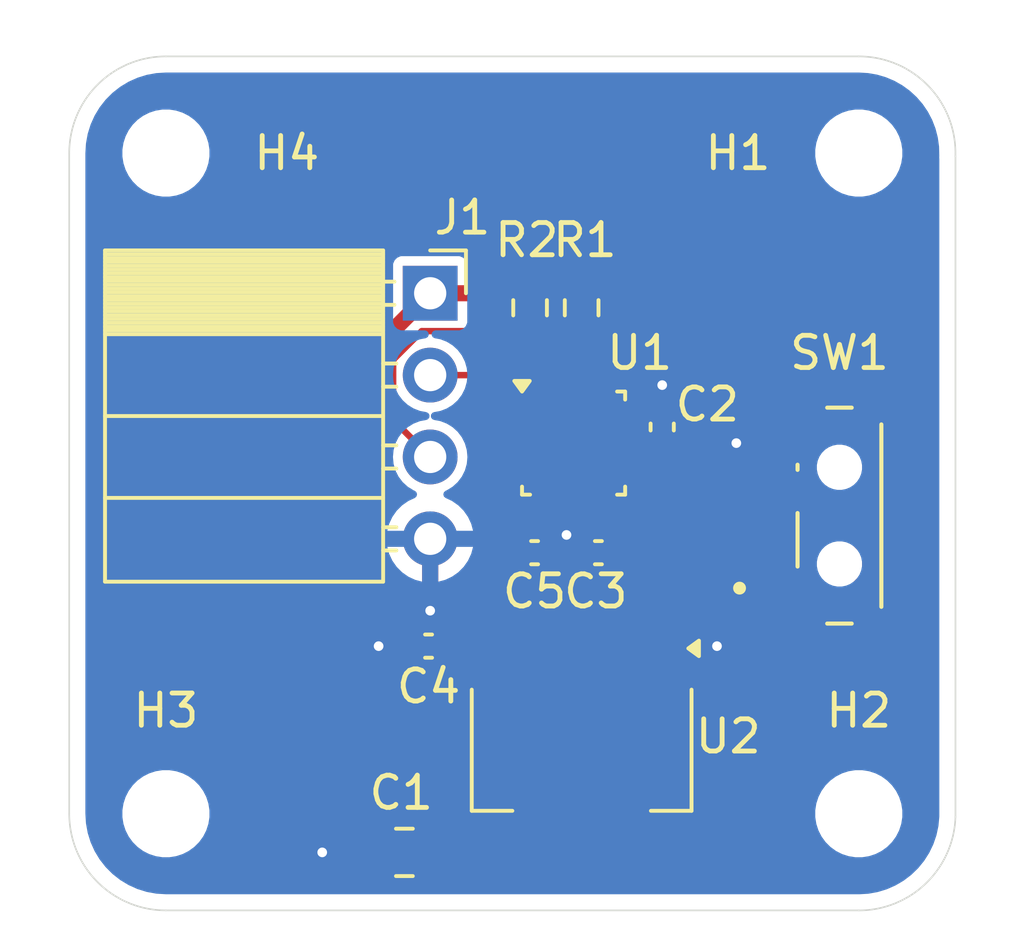
<source format=kicad_pcb>
(kicad_pcb (version 20240108) (generator "pcbnew") (generator_version "8.0")
  (layers (0 "F.Cu" signal) (31 "B.Cu" power) (34 "B.Paste" user) (35 "F.Paste" user) (36 "B.SilkS" user "B.Silkscreen") (37 "F.SilkS" user "F.Silkscreen") (38 "B.Mask" user) (39 "F.Mask" user) (44 "Edge.Cuts" user))
  (net 0 "")
  (net 1 "+1V8")
  (net 2 "GND")
  (net 3 "+3.3V")
  (net 4 "Net-(U1-REGOUT)")
  (net 5 "Net-(J1-Pin_2)")
  (net 6 "Net-(J1-Pin_3)")
  (net 7 "INT1_OUT")
  (footprint "MountingHole:MountingHole_2.2mm_M2" (layer "F.Cu") (at 126.1 102.5)
    (property "Reference" "H2" (at 0 -3.2 0) (layer "F.SilkS"))
    (property "Value" "MountingHole")
    (pad "" np_thru_hole circle (at 0 0) (size 2.2 2.2) (drill 2.2) (layers "*.Cu" "*.Mask"))
  )
  (footprint "Capacitor_SMD:C_0402_1005Metric" (layer "F.Cu") (at 120 90.5 -90)
    (property "Reference" "C2" (at -0.7 -1.4 180) (layer "F.SilkS"))
    (property "Value" "0.1u")
    (fp_line (start -0.107836 0.36) (end 0.107836 0.36) (stroke (width 0.12)) (layer "F.SilkS"))
    (fp_line (start -0.107836 -0.36) (end 0.107836 -0.36) (stroke (width 0.12)) (layer "F.SilkS"))
    (pad "1" smd roundrect (at -0.48 0 270) (size 0.56 0.62) (layers "F.Cu" "F.Paste" "F.Mask") (net 2 "GND"))
    (pad "2" smd roundrect (at 0.48 0 270) (size 0.56 0.62) (layers "F.Cu" "F.Paste" "F.Mask") (net 3 "+3.3V"))
  )
  (footprint "MountingHole:MountingHole_2.2mm_M2" (layer "F.Cu") (at 104.6 102.5)
    (property "Reference" "H3" (at 0 -3.2 0) (layer "F.SilkS"))
    (property "Value" "MountingHole")
    (pad "" np_thru_hole circle (at 0 0) (size 2.2 2.2) (drill 2.2) (layers "*.Cu" "*.Mask"))
  )
  (footprint "MountingHole:MountingHole_2.2mm_M2" (layer "F.Cu") (at 104.6 82)
    (property "Reference" "H4" (at 3.75 0 0) (layer "F.SilkS"))
    (property "Value" "MountingHole")
    (pad "" np_thru_hole circle (at 0 0) (size 2.2 2.2) (drill 2.2) (layers "*.Cu" "*.Mask"))
  )
  (footprint "Resistor_SMD:R_0603_1608Metric" (layer "F.Cu") (at 115.9 86.8 90)
    (property "Reference" "R2" (at 2.1 -0.1 0) (layer "F.SilkS"))
    (property "Value" "4.7k")
    (fp_line (start -0.237258 -0.5225) (end 0.237258 -0.5225) (stroke (width 0.12)) (layer "F.SilkS"))
    (fp_line (start -0.237258 0.5225) (end 0.237258 0.5225) (stroke (width 0.12)) (layer "F.SilkS"))
    (pad "1" smd roundrect (at -0.825 0 90) (size 0.8 0.95) (layers "F.Cu" "F.Paste" "F.Mask") (net 5 "Net-(J1-Pin_2)"))
    (pad "2" smd roundrect (at 0.825 0 90) (size 0.8 0.95) (layers "F.Cu" "F.Paste" "F.Mask") (net 3 "+3.3V"))
  )
  (footprint "Capacitor_SMD:C_0402_1005Metric" (layer "F.Cu") (at 112.75 97.3 180)
    (property "Reference" "C4" (at 0 -1.25 180) (layer "F.SilkS"))
    (property "Value" "10u")
    (fp_line (start -0.107836 0.36) (end 0.107836 0.36) (stroke (width 0.12)) (layer "F.SilkS"))
    (fp_line (start -0.107836 -0.36) (end 0.107836 -0.36) (stroke (width 0.12)) (layer "F.SilkS"))
    (pad "1" smd roundrect (at -0.48 0 180) (size 0.56 0.62) (layers "F.Cu" "F.Paste" "F.Mask") (net 3 "+3.3V"))
    (pad "2" smd roundrect (at 0.48 0 180) (size 0.56 0.62) (layers "F.Cu" "F.Paste" "F.Mask") (net 2 "GND"))
  )
  (footprint "external_footprints:SW_SSSS811101" (layer "F.Cu") (at 125.5 93.25 90)
    (property "Reference" "SW1" (at 5.05 0 0) (layer "F.SilkS"))
    (property "Value" "SW_SPDT")
    (fp_line (start 1.42 -1.3) (end 1.58 -1.3) (stroke (width 0.127)) (layer "F.SilkS"))
    (fp_line (start -1.58 -1.3) (end 0.08 -1.3) (stroke (width 0.127)) (layer "F.SilkS"))
    (fp_line (start 3.35 0.38) (end 3.35 -0.38) (stroke (width 0.127)) (layer "F.SilkS"))
    (fp_line (start -3.35 0.38) (end -3.35 -0.38) (stroke (width 0.127)) (layer "F.SilkS"))
    (fp_line (start 2.83 1.3) (end -2.83 1.3) (stroke (width 0.127)) (layer "F.SilkS"))
    (fp_circle (center -2.25 -3.1) (end -2.15 -3.1) (stroke (width 0.2)) (fill none) (layer "F.SilkS"))
    (pad "" np_thru_hole circle (at -1.5 0 90) (size 0.9 0.9) (drill 0.9) (layers "*.Cu" "*.Mask"))
    (pad "" np_thru_hole circle (at 1.5 0 90) (size 0.9 0.9) (drill 0.9) (layers "*.Cu" "*.Mask"))
    (pad "1" smd rect (at -2.25 -1.75 90) (size 0.7 1.5) (layers "F.Cu" "F.Paste" "F.Mask") (net 3 "+3.3V"))
    (pad "2" smd rect (at 0.75 -1.75 90) (size 0.7 1.5) (layers "F.Cu" "F.Paste" "F.Mask") (net 7 "INT1_OUT"))
    (pad "3" smd rect (at 2.25 -1.75 90) (size 0.7 1.5) (layers "F.Cu" "F.Paste" "F.Mask") (net 2 "GND"))
    (pad "SH1" smd rect (at -3.65 -1.1 90) (size 1 0.8) (layers "F.Cu" "F.Paste" "F.Mask"))
    (pad "SH2" smd rect (at 3.65 -1.1 90) (size 1 0.8) (layers "F.Cu" "F.Paste" "F.Mask"))
    (pad "SH3" smd rect (at -3.65 1.1 90) (size 1 0.8) (layers "F.Cu" "F.Paste" "F.Mask"))
    (pad "SH4" smd rect (at 3.65 1.1 90) (size 1 0.8) (layers "F.Cu" "F.Paste" "F.Mask"))
  )
  (footprint "Capacitor_SMD:C_0402_1005Metric" (layer "F.Cu") (at 118.02 94.4)
    (property "Reference" "C3" (at -0.08 1.2 0) (layer "F.SilkS"))
    (property "Value" "0.1u")
    (fp_line (start -0.107836 -0.36) (end 0.107836 -0.36) (stroke (width 0.12)) (layer "F.SilkS"))
    (fp_line (start -0.107836 0.36) (end 0.107836 0.36) (stroke (width 0.12)) (layer "F.SilkS"))
    (pad "1" smd roundrect (at -0.48 0) (size 0.56 0.62) (layers "F.Cu" "F.Paste" "F.Mask") (net 2 "GND"))
    (pad "2" smd roundrect (at 0.48 0) (size 0.56 0.62) (layers "F.Cu" "F.Paste" "F.Mask") (net 4 "Net-(U1-REGOUT)"))
  )
  (footprint "Capacitor_SMD:C_0402_1005Metric" (layer "F.Cu") (at 116.04 94.4 180)
    (property "Reference" "C5" (at 0 -1.2 0) (layer "F.SilkS"))
    (property "Value" "0.1u")
    (fp_line (start -0.107836 0.36) (end 0.107836 0.36) (stroke (width 0.12)) (layer "F.SilkS"))
    (fp_line (start -0.107836 -0.36) (end 0.107836 -0.36) (stroke (width 0.12)) (layer "F.SilkS"))
    (pad "1" smd roundrect (at -0.48 0 180) (size 0.56 0.62) (layers "F.Cu" "F.Paste" "F.Mask") (net 2 "GND"))
    (pad "2" smd roundrect (at 0.48 0 180) (size 0.56 0.62) (layers "F.Cu" "F.Paste" "F.Mask") (net 1 "+1V8"))
  )
  (footprint "Resistor_SMD:R_0603_1608Metric" (layer "F.Cu") (at 117.5 86.8 90)
    (property "Reference" "R1" (at 2.1 0.1 0) (layer "F.SilkS"))
    (property "Value" "4.7k")
    (fp_line (start -0.237258 -0.5225) (end 0.237258 -0.5225) (stroke (width 0.12)) (layer "F.SilkS"))
    (fp_line (start -0.237258 0.5225) (end 0.237258 0.5225) (stroke (width 0.12)) (layer "F.SilkS"))
    (pad "1" smd roundrect (at -0.825 0 90) (size 0.8 0.95) (layers "F.Cu" "F.Paste" "F.Mask") (net 6 "Net-(J1-Pin_3)"))
    (pad "2" smd roundrect (at 0.825 0 90) (size 0.8 0.95) (layers "F.Cu" "F.Paste" "F.Mask") (net 3 "+3.3V"))
  )
  (footprint "Package_TO_SOT_SMD:SOT-223-3_TabPin2" (layer "F.Cu") (at 117.5 100.5 -90)
    (property "Reference" "U2" (at -0.4 -4.55 0) (layer "F.SilkS"))
    (property "Value" "AMS1117-1.8")
    (fp_line (start -1.85 3.41) (end 1.91 3.41) (stroke (width 0.12)) (layer "F.SilkS"))
    (fp_line (start 1.91 3.41) (end 1.91 2.15) (stroke (width 0.12)) (layer "F.SilkS"))
    (fp_line (start -1.85 -3.41) (end 1.91 -3.41) (stroke (width 0.12)) (layer "F.SilkS"))
    (fp_line (start 1.91 -3.41) (end 1.91 -2.15) (stroke (width 0.12)) (layer "F.SilkS"))
    (fp_poly (pts (xy -3.13 -3.31) (xy -3.37 -3.64) (xy -2.89 -3.64) (xy -3.13 -3.31)) (stroke (width 0.12)) (fill solid) (layer "F.SilkS"))
    (pad "1" smd roundrect (at -3.15 -2.3 270) (size 2 1.5) (layers "F.Cu" "F.Paste" "F.Mask") (net 2 "GND"))
    (pad "2" smd roundrect (at -3.15 0 270) (size 2 1.5) (layers "F.Cu" "F.Paste" "F.Mask") (net 1 "+1V8"))
    (pad "2" smd roundrect (at 3.15 0 270) (size 2 3.8) (layers "F.Cu" "F.Paste" "F.Mask") (net 1 "+1V8"))
    (pad "3" smd roundrect (at -3.15 2.3 270) (size 2 1.5) (layers "F.Cu" "F.Paste" "F.Mask") (net 3 "+3.3V"))
  )
  (footprint "MountingHole:MountingHole_2.2mm_M2" (layer "F.Cu") (at 126.1 82)
    (property "Reference" "H1" (at -3.75 0 0) (layer "F.SilkS"))
    (property "Value" "MountingHole")
    (pad "" np_thru_hole circle (at 0 0) (size 2.2 2.2) (drill 2.2) (layers "*.Cu" "*.Mask"))
  )
  (footprint "Sensor_Motion:InvenSense_QFN-24_3x3mm_P0.4mm" (layer "F.Cu") (at 117.25 91)
    (property "Reference" "U1" (at 2.05 -2.8 0) (layer "F.SilkS"))
    (property "Value" "ICM-20948")
    (fp_line (start -1.6 1.6) (end -1.6 1.35) (stroke (width 0.12)) (layer "F.SilkS"))
    (fp_line (start -1.6 1.6) (end -1.35 1.6) (stroke (width 0.12)) (layer "F.SilkS"))
    (fp_line (start 1.6 -1.6) (end 1.35 -1.6) (stroke (width 0.12)) (layer "F.SilkS"))
    (fp_line (start 1.6 -1.6) (end 1.6 -1.35) (stroke (width 0.12)) (layer "F.SilkS"))
    (fp_line (start 1.6 1.6) (end 1.35 1.6) (stroke (width 0.12)) (layer "F.SilkS"))
    (fp_line (start 1.6 1.6) (end 1.6 1.35) (stroke (width 0.12)) (layer "F.SilkS"))
    (fp_poly (pts (xy -1.6 -1.6) (xy -1.84 -1.93) (xy -1.36 -1.93) (xy -1.6 -1.6)) (stroke (width 0.12)) (fill solid) (layer "F.SilkS"))
    (pad "1" smd roundrect (at -1.5 -1) (size 0.55 0.2) (layers "F.Cu" "F.Paste" "F.Mask"))
    (pad "2" smd roundrect (at -1.5 -0.6) (size 0.55 0.2) (layers "F.Cu" "F.Paste" "F.Mask"))
    (pad "3" smd roundrect (at -1.5 -0.2) (size 0.55 0.2) (layers "F.Cu" "F.Paste" "F.Mask"))
    (pad "4" smd roundrect (at -1.5 0.2) (size 0.55 0.2) (layers "F.Cu" "F.Paste" "F.Mask"))
    (pad "5" smd roundrect (at -1.5 0.6) (size 0.55 0.2) (layers "F.Cu" "F.Paste" "F.Mask"))
    (pad "6" smd roundrect (at -1.5 1) (size 0.55 0.2) (layers "F.Cu" "F.Paste" "F.Mask"))
    (pad "7" smd roundrect (at -1 1.5 90) (size 0.55 0.2) (layers "F.Cu" "F.Paste" "F.Mask"))
    (pad "8" smd roundrect (at -0.6 1.5 90) (size 0.55 0.2) (layers "F.Cu" "F.Paste" "F.Mask") (net 1 "+1V8"))
    (pad "9" smd roundrect (at -0.2 1.5 90) (size 0.55 0.2) (layers "F.Cu" "F.Paste" "F.Mask") (net 2 "GND"))
    (pad "10" smd roundrect (at 0.2 1.5 90) (size 0.55 0.2) (layers "F.Cu" "F.Paste" "F.Mask") (net 4 "Net-(U1-REGOUT)"))
    (pad "11" smd roundrect (at 0.6 1.5 90) (size 0.55 0.2) (layers "F.Cu" "F.Paste" "F.Mask"))
    (pad "12" smd roundrect (at 1 1.5 90) (size 0.55 0.2) (layers "F.Cu" "F.Paste" "F.Mask") (net 7 "INT1_OUT"))
    (pad "13" smd roundrect (at 1.5 1) (size 0.55 0.2) (layers "F.Cu" "F.Paste" "F.Mask") (net 3 "+3.3V"))
    (pad "14" smd roundrect (at 1.5 0.6) (size 0.55 0.2) (layers "F.Cu" "F.Paste" "F.Mask"))
    (pad "15" smd roundrect (at 1.5 0.2) (size 0.55 0.2) (layers "F.Cu" "F.Paste" "F.Mask"))
    (pad "16" smd roundrect (at 1.5 -0.2) (size 0.55 0.2) (layers "F.Cu" "F.Paste" "F.Mask"))
    (pad "17" smd roundrect (at 1.5 -0.6) (size 0.55 0.2) (layers "F.Cu" "F.Paste" "F.Mask"))
    (pad "18" smd roundrect (at 1.5 -1) (size 0.55 0.2) (layers "F.Cu" "F.Paste" "F.Mask") (net 2 "GND"))
    (pad "19" smd roundrect (at 1 -1.5 90) (size 0.55 0.2) (layers "F.Cu" "F.Paste" "F.Mask"))
    (pad "20" smd roundrect (at 0.6 -1.5 90) (size 0.55 0.2) (layers "F.Cu" "F.Paste" "F.Mask") (net 2 "GND"))
    (pad "21" smd roundrect (at 0.2 -1.5 90) (size 0.55 0.2) (layers "F.Cu" "F.Paste" "F.Mask"))
    (pad "22" smd roundrect (at -0.2 -1.5 90) (size 0.55 0.2) (layers "F.Cu" "F.Paste" "F.Mask") (net 3 "+3.3V"))
    (pad "23" smd roundrect (at -0.6 -1.5 90) (size 0.55 0.2) (layers "F.Cu" "F.Paste" "F.Mask") (net 6 "Net-(J1-Pin_3)"))
    (pad "24" smd roundrect (at -1 -1.5 90) (size 0.55 0.2) (layers "F.Cu" "F.Paste" "F.Mask") (net 5 "Net-(J1-Pin_2)"))
  )
  (footprint "Capacitor_SMD:C_0805_2012Metric" (layer "F.Cu") (at 112 103.7 180)
    (property "Reference" "C1" (at 0.1 1.85 180) (layer "F.SilkS"))
    (property "Value" "22u")
    (fp_line (start -0.261252 0.735) (end 0.261252 0.735) (stroke (width 0.12)) (layer "F.SilkS"))
    (fp_line (start -0.261252 -0.735) (end 0.261252 -0.735) (stroke (width 0.12)) (layer "F.SilkS"))
    (pad "1" smd roundrect (at -0.95 0 180) (size 1 1.45) (layers "F.Cu" "F.Paste" "F.Mask") (net 1 "+1V8"))
    (pad "2" smd roundrect (at 0.95 0 180) (size 1 1.45) (layers "F.Cu" "F.Paste" "F.Mask") (net 2 "GND"))
  )
  (footprint "Connector_PinSocket_2.54mm:PinSocket_1x04_P2.54mm_Horizontal" (layer "F.Cu") (at 112.8 86.35)
    (property "Reference" "J1" (at 1 -2.35 0) (layer "F.SilkS"))
    (property "Value" "I2C/VDCG")
    (fp_line (start -10.09 -1.33) (end -10.09 8.95) (stroke (width 0.12)) (layer "F.SilkS"))
    (fp_line (start -10.09 -1.33) (end -1.46 -1.33) (stroke (width 0.12)) (layer "F.SilkS"))
    (fp_line (start -10.09 -1.21) (end -1.46 -1.21) (stroke (width 0.12)) (layer "F.SilkS"))
    (fp_line (start -10.09 -1.091905) (end -1.46 -1.091905) (stroke (width 0.12)) (layer "F.SilkS"))
    (fp_line (start -10.09 -0.97381) (end -1.46 -0.97381) (stroke (width 0.12)) (layer "F.SilkS"))
    (fp_line (start -10.09 -0.855715) (end -1.46 -0.855715) (stroke (width 0.12)) (layer "F.SilkS"))
    (fp_line (start -10.09 -0.73762) (end -1.46 -0.73762) (stroke (width 0.12)) (layer "F.SilkS"))
    (fp_line (start -10.09 -0.619525) (end -1.46 -0.619525) (stroke (width 0.12)) (layer "F.SilkS"))
    (fp_line (start -10.09 -0.50143) (end -1.46 -0.50143) (stroke (width 0.12)) (layer "F.SilkS"))
    (fp_line (start -10.09 -0.383335) (end -1.46 -0.383335) (stroke (width 0.12)) (layer "F.SilkS"))
    (fp_line (start -10.09 -0.26524) (end -1.46 -0.26524) (stroke (width 0.12)) (layer "F.SilkS"))
    (fp_line (start -10.09 -0.147145) (end -1.46 -0.147145) (stroke (width 0.12)) (layer "F.SilkS"))
    (fp_line (start -10.09 -0.02905) (end -1.46 -0.02905) (stroke (width 0.12)) (layer "F.SilkS"))
    (fp_line (start -10.09 0.089045) (end -1.46 0.089045) (stroke (width 0.12)) (layer "F.SilkS"))
    (fp_line (start -10.09 0.20714) (end -1.46 0.20714) (stroke (width 0.12)) (layer "F.SilkS"))
    (fp_line (start -10.09 0.325235) (end -1.46 0.325235) (stroke (width 0.12)) (layer "F.SilkS"))
    (fp_line (start -10.09 0.44333) (end -1.46 0.44333) (stroke (width 0.12)) (layer "F.SilkS"))
    (fp_line (start -10.09 0.561425) (end -1.46 0.561425) (stroke (width 0.12)) (layer "F.SilkS"))
    (fp_line (start -10.09 0.67952) (end -1.46 0.67952) (stroke (width 0.12)) (layer "F.SilkS"))
    (fp_line (start -10.09 0.797615) (end -1.46 0.797615) (stroke (width 0.12)) (layer "F.SilkS"))
    (fp_line (start -10.09 0.91571) (end -1.46 0.91571) (stroke (width 0.12)) (layer "F.SilkS"))
    (fp_line (start -10.09 1.033805) (end -1.46 1.033805) (stroke (width 0.12)) (layer "F.SilkS"))
    (fp_line (start -10.09 1.1519) (end -1.46 1.1519) (stroke (width 0.12)) (layer "F.SilkS"))
    (fp_line (start -10.09 1.27) (end -1.46 1.27) (stroke (width 0.12)) (layer "F.SilkS"))
    (fp_line (start -10.09 3.81) (end -1.46 3.81) (stroke (width 0.12)) (layer "F.SilkS"))
    (fp_line (start -10.09 6.35) (end -1.46 6.35) (stroke (width 0.12)) (layer "F.SilkS"))
    (fp_line (start -10.09 8.95) (end -1.46 8.95) (stroke (width 0.12)) (layer "F.SilkS"))
    (fp_line (start -1.46 -1.33) (end -1.46 8.95) (stroke (width 0.12)) (layer "F.SilkS"))
    (fp_line (start -1.46 -0.36) (end -1.11 -0.36) (stroke (width 0.12)) (layer "F.SilkS"))
    (fp_line (start -1.46 0.36) (end -1.11 0.36) (stroke (width 0.12)) (layer "F.SilkS"))
    (fp_line (start -1.46 2.18) (end -1.05 2.18) (stroke (width 0.12)) (layer "F.SilkS"))
    (fp_line (start -1.46 2.9) (end -1.05 2.9) (stroke (width 0.12)) (layer "F.SilkS"))
    (fp_line (start -1.46 4.72) (end -1.05 4.72) (stroke (width 0.12)) (layer "F.SilkS"))
    (fp_line (start -1.46 5.44) (end -1.05 5.44) (stroke (width 0.12)) (layer "F.SilkS"))
    (fp_line (start -1.46 7.26) (end -1.05 7.26) (stroke (width 0.12)) (layer "F.SilkS"))
    (fp_line (start -1.46 7.98) (end -1.05 7.98) (stroke (width 0.12)) (layer "F.SilkS"))
    (fp_line (start 0 -1.33) (end 1.11 -1.33) (stroke (width 0.12)) (layer "F.SilkS"))
    (fp_line (start 1.11 -1.33) (end 1.11 0) (stroke (width 0.12)) (layer "F.SilkS"))
    (pad "1" thru_hole rect (at 0 0) (size 1.7 1.7) (drill 1) (layers "*.Cu" "*.Mask") (net 3 "+3.3V"))
    (pad "2" thru_hole oval (at 0 2.54) (size 1.7 1.7) (drill 1) (layers "*.Cu" "*.Mask") (net 5 "Net-(J1-Pin_2)"))
    (pad "3" thru_hole oval (at 0 5.08) (size 1.7 1.7) (drill 1) (layers "*.Cu" "*.Mask") (net 6 "Net-(J1-Pin_3)"))
    (pad "4" thru_hole oval (at 0 7.62) (size 1.7 1.7) (drill 1) (layers "*.Cu" "*.Mask") (net 2 "GND"))
  )
  (gr_line (start 104.6 105.5) (end 126.1 105.5) (stroke (width 0.05)) (layer "Edge.Cuts"))
  (gr_line (start 126.1 79) (end 104.6 79) (stroke (width 0.05)) (layer "Edge.Cuts"))
  (gr_line (start 101.6 82) (end 101.6 102.5) (stroke (width 0.05)) (layer "Edge.Cuts"))
  (gr_arc (start 129.1 102.6) (mid 128.186844 104.657564) (end 126.1 105.501666) (stroke (width 0.05)) (layer "Edge.Cuts"))
  (gr_arc (start 101.6 82) (mid 102.47868 79.87868) (end 104.6 79) (stroke (width 0.05)) (layer "Edge.Cuts"))
  (gr_arc (start 104.6 105.5) (mid 102.47868 104.62132) (end 101.6 102.5) (stroke (width 0.05)) (layer "Edge.Cuts"))
  (gr_line (start 129.1 102.6) (end 129.1 82.1) (stroke (width 0.05)) (layer "Edge.Cuts"))
  (gr_arc (start 126.1 79) (mid 128.256366 79.914314) (end 129.098335 82.099944) (stroke (width 0.05)) (layer "Edge.Cuts"))
  (segment (start 115.56 94.4) (end 116.65 93.31) (width 0.2) (layer "F.Cu") (net 1))
  (segment (start 115.56 95.41) (end 117.5 97.35) (width 0.2) (layer "F.Cu") (net 1))
  (segment (start 115.56 94.4) (end 115.56 95.41) (width 0.2) (layer "F.Cu") (net 1))
  (segment (start 116.65 93.31) (end 116.65 92.5) (width 0.2) (layer "F.Cu") (net 1))
  (segment (start 117.5 103.65) (end 117.5 97.35) (width 0.5) (layer "F.Cu") (net 1))
  (segment (start 117.45 103.7) (end 117.5 103.65) (width 0.5) (layer "F.Cu") (net 1))
  (segment (start 112.95 103.7) (end 117.45 103.7) (width 0.5) (layer "F.Cu") (net 1))
  (segment (start 118.75 90) (end 119.98 90) (width 0.2) (layer "F.Cu") (net 2))
  (segment (start 116.52 94.4) (end 116.52 94.35924) (width 0.5) (layer "F.Cu") (net 2))
  (segment (start 112.27 97.3) (end 111.2 97.3) (width 0.5) (layer "F.Cu") (net 2))
  (segment (start 121.65 97.35) (end 121.7 97.3) (width 0.5) (layer "F.Cu") (net 2))
  (segment (start 123.75 91) (end 122.3 91) (width 0.5) (layer "F.Cu") (net 2))
  (segment (start 112.8 93.97) (end 112.8 96.2) (width 0.5) (layer "F.Cu") (net 2))
  (segment (start 117.85 89.12864) (end 118.07864 88.9) (width 0.2) (layer "F.Cu") (net 2))
  (segment (start 117.54 94.4) (end 117.54 94.35924) (width 0.5) (layer "F.Cu") (net 2))
  (segment (start 119.8 97.35) (end 121.65 97.35) (width 0.5) (layer "F.Cu") (net 2))
  (segment (start 118.07864 88.9) (end 119.7 88.9) (width 0.2) (layer "F.Cu") (net 2))
  (segment (start 119.7 88.9) (end 120 89.2) (width 0.2) (layer "F.Cu") (net 2))
  (segment (start 117.05 93.82924) (end 117.03 93.84924) (width 0.2) (layer "F.Cu") (net 2))
  (segment (start 117.85 89.5) (end 117.85 89.12864) (width 0.2) (layer "F.Cu") (net 2))
  (segment (start 116.52 94.35924) (end 117.03 93.84924) (width 0.5) (layer "F.Cu") (net 2))
  (segment (start 117.05 92.5) (end 117.05 93.82924) (width 0.2) (layer "F.Cu") (net 2))
  (segment (start 120 90.02) (end 120 89.2) (width 0.2) (layer "F.Cu") (net 2))
  (segment (start 109.45 103.7) (end 111.05 103.7) (width 0.5) (layer "F.Cu") (net 2))
  (segment (start 117.54 94.35924) (end 117.03 93.84924) (width 0.5) (layer "F.Cu") (net 2))
  (segment (start 119.98 90) (end 120 90.02) (width 0.2) (layer "F.Cu") (net 2))
  (via (at 120 89.2) (size 0.7) (drill 0.3) (layers "F.Cu" "B.Cu") (net 2))
  (via (at 117.03 93.84924) (size 0.7) (drill 0.3) (layers "F.Cu" "B.Cu") (net 2))
  (via (at 121.7 97.3) (size 0.7) (drill 0.3) (layers "F.Cu" "B.Cu") (net 2))
  (via (at 112.8 96.2) (size 0.7) (drill 0.3) (layers "F.Cu" "B.Cu") (net 2))
  (via (at 109.45 103.7) (size 0.7) (drill 0.3) (layers "F.Cu" "B.Cu") (net 2))
  (via (at 122.3 91) (size 0.7) (drill 0.3) (layers "F.Cu" "B.Cu") (net 2))
  (via (at 111.2 97.3) (size 0.7) (drill 0.3) (layers "F.Cu" "B.Cu") (net 2))
  (segment (start 121.1 91) (end 121.1 92.85) (width 0.5) (layer "F.Cu") (net 3))
  (segment (start 121.1 89.1) (end 121.1 91) (width 0.5) (layer "F.Cu") (net 3))
  (segment (start 111.168629 98.4) (end 114.15 98.4) (width 0.5) (layer "F.Cu") (net 3))
  (segment (start 118.75 92) (end 119.259999 92) (width 0.2) (layer "F.Cu") (net 3))
  (segment (start 120.75 91) (end 120.73 90.98) (width 0.5) (layer "F.Cu") (net 3))
  (segment (start 117.725 88.325) (end 118.475 88.325) (width 0.2) (layer "F.Cu") (net 3))
  (segment (start 120 91.259999) (end 120 90.98) (width 0.2) (layer "F.Cu") (net 3))
  (segment (start 110.4 97.631371) (end 111.168629 98.4) (width 0.5) (layer "F.Cu") (net 3))
  (segment (start 117.05 89.5) (end 117.05 89) (width 0.2) (layer "F.Cu") (net 3))
  (segment (start 120.73 90.98) (end 120 90.98) (width 0.5) (layer "F.Cu") (net 3))
  (segment (start 112.8 86.35) (end 110.4 88.75) (width 0.5) (layer "F.Cu") (net 3))
  (segment (start 117.975 85.975) (end 119.4 87.4) (width 0.5) (layer "F.Cu") (net 3))
  (segment (start 118.475 88.325) (end 119.4 87.4) (width 0.2) (layer "F.Cu") (net 3))
  (segment (start 119.4 87.4) (end 121.1 89.1) (width 0.5) (layer "F.Cu") (net 3))
  (segment (start 115.15 97.3) (end 115.2 97.35) (width 0.5) (layer "F.Cu") (net 3))
  (segment (start 121.1 92.85) (end 123.75 95.5) (width 0.5) (layer "F.Cu") (net 3))
  (segment (start 115.525 86.35) (end 115.9 85.975) (width 0.5) (layer "F.Cu") (net 3))
  (segment (start 119.259999 92) (end 120 91.259999) (width 0.2) (layer "F.Cu") (net 3))
  (segment (start 110.4 88.75) (end 110.4 97.631371) (width 0.5) (layer "F.Cu") (net 3))
  (segment (start 117.5 85.975) (end 117.975 85.975) (width 0.5) (layer "F.Cu") (net 3))
  (segment (start 121.1 91) (end 120.75 91) (width 0.5) (layer "F.Cu") (net 3))
  (segment (start 114.15 98.4) (end 115.2 97.35) (width 0.5) (layer "F.Cu") (net 3))
  (segment (start 117.05 89) (end 117.725 88.325) (width 0.2) (layer "F.Cu") (net 3))
  (segment (start 115.9 85.975) (end 117.5 85.975) (width 0.5) (layer "F.Cu") (net 3))
  (segment (start 112.8 86.35) (end 115.525 86.35) (width 0.5) (layer "F.Cu") (net 3))
  (segment (start 113.23 97.3) (end 115.15 97.3) (width 0.5) (layer "F.Cu") (net 3))
  (segment (start 117.45 93.35) (end 117.45 92.5) (width 0.2) (layer "F.Cu") (net 4))
  (segment (start 118.5 94.4) (end 117.45 93.35) (width 0.2) (layer "F.Cu") (net 4))
  (segment (start 115.9 87.625) (end 115.825 87.625) (width 0.2) (layer "F.Cu") (net 5))
  (segment (start 116.25 87.975) (end 115.9 87.625) (width 0.2) (layer "F.Cu") (net 5))
  (segment (start 115.825 87.625) (end 114.56 88.89) (width 0.2) (layer "F.Cu") (net 5))
  (segment (start 114.56 88.89) (end 112.8 88.89) (width 0.2) (layer "F.Cu") (net 5))
  (segment (start 116.25 89.5) (end 116.25 87.975) (width 0.2) (layer "F.Cu") (net 5))
  (segment (start 111.65 88.413654) (end 111.65 90.28) (width 0.2) (layer "F.Cu") (net 6))
  (segment (start 112.538654 87.525) (end 114.812352 87.525) (width 0.2) (layer "F.Cu") (net 6))
  (segment (start 115.437352 86.9) (end 116.775 86.9) (width 0.2) (layer "F.Cu") (net 6))
  (segment (start 114.812352 87.525) (end 115.437352 86.9) (width 0.2) (layer "F.Cu") (net 6))
  (segment (start 116.65 88.75) (end 116.65 89.5) (width 0.2) (layer "F.Cu") (net 6))
  (segment (start 117.5 87.9) (end 116.65 88.75) (width 0.2) (layer "F.Cu") (net 6))
  (segment (start 116.775 86.9) (end 117.5 87.625) (width 0.2) (layer "F.Cu") (net 6))
  (segment (start 111.65 90.28) (end 112.8 91.43) (width 0.2) (layer "F.Cu") (net 6))
  (segment (start 112.538654 87.525) (end 111.65 88.413654) (width 0.2) (layer "F.Cu") (net 6))
  (segment (start 117.5 87.625) (end 117.5 87.9) (width 0.2) (layer "F.Cu") (net 6))
  (segment (start 123.62 92.63) (end 123.75 92.5) (width 0.2) (layer "F.Cu") (net 7))
  (segment (start 125.168629 97.631371) (end 125.168629 96.212742) (width 0.2) (layer "F.Cu") (net 7))
  (segment (start 123.45 97.7) (end 125.1 97.7) (width 0.2) (layer "F.Cu") (net 7))
  (segment (start 126.3 94.418629) (end 124.381371 92.5) (width 0.2) (layer "F.Cu") (net 7))
  (segment (start 124.381371 92.5) (end 123.75 92.5) (width 0.2) (layer "F.Cu") (net 7))
  (segment (start 126.3 95.081371) (end 126.3 94.418629) (width 0.2) (layer "F.Cu") (net 7))
  (segment (start 118.25 92.5) (end 123.45 97.7) (width 0.2) (layer "F.Cu") (net 7))
  (segment (start 125.1 97.7) (end 125.168629 97.631371) (width 0.2) (layer "F.Cu") (net 7))
  (segment (start 125.168629 96.212742) (end 126.3 95.081371) (width 0.2) (layer "F.Cu") (net 7))
  (zone (net 2) (net_name "GND") (layer "B.Cu") (connect_pads (clearance 0.3)) (min_thickness 0.25) (fill yes (thermal_gap 0.5) (thermal_bridge_width 0.5))
    (polygon (pts (xy 101 105.75) (xy 129.25 106) (xy 129.75 77.25) (xy 100 78.5)))
  )
)
</source>
